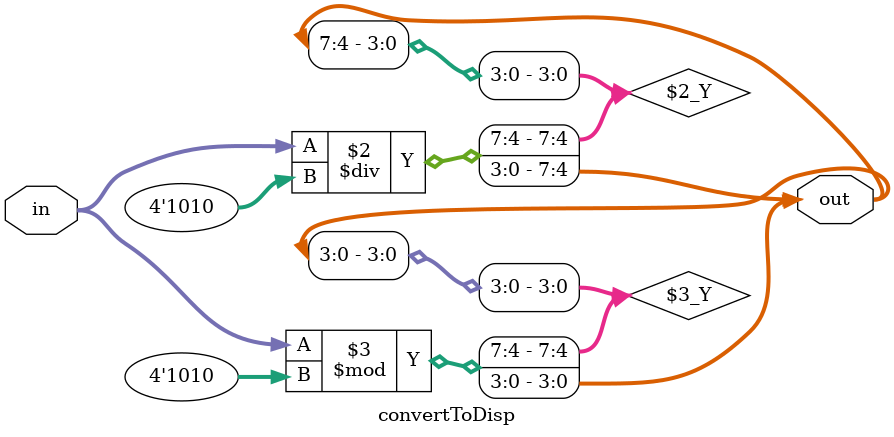
<source format=v>
module convertToDisp (out, in);
	input wire [7:0] in;
	output reg [7:0] out;

	always @(*) begin
		out[7:4] = in / 4'd10;
		out[3:0] = in % 4'd10;
	end

endmodule

</source>
